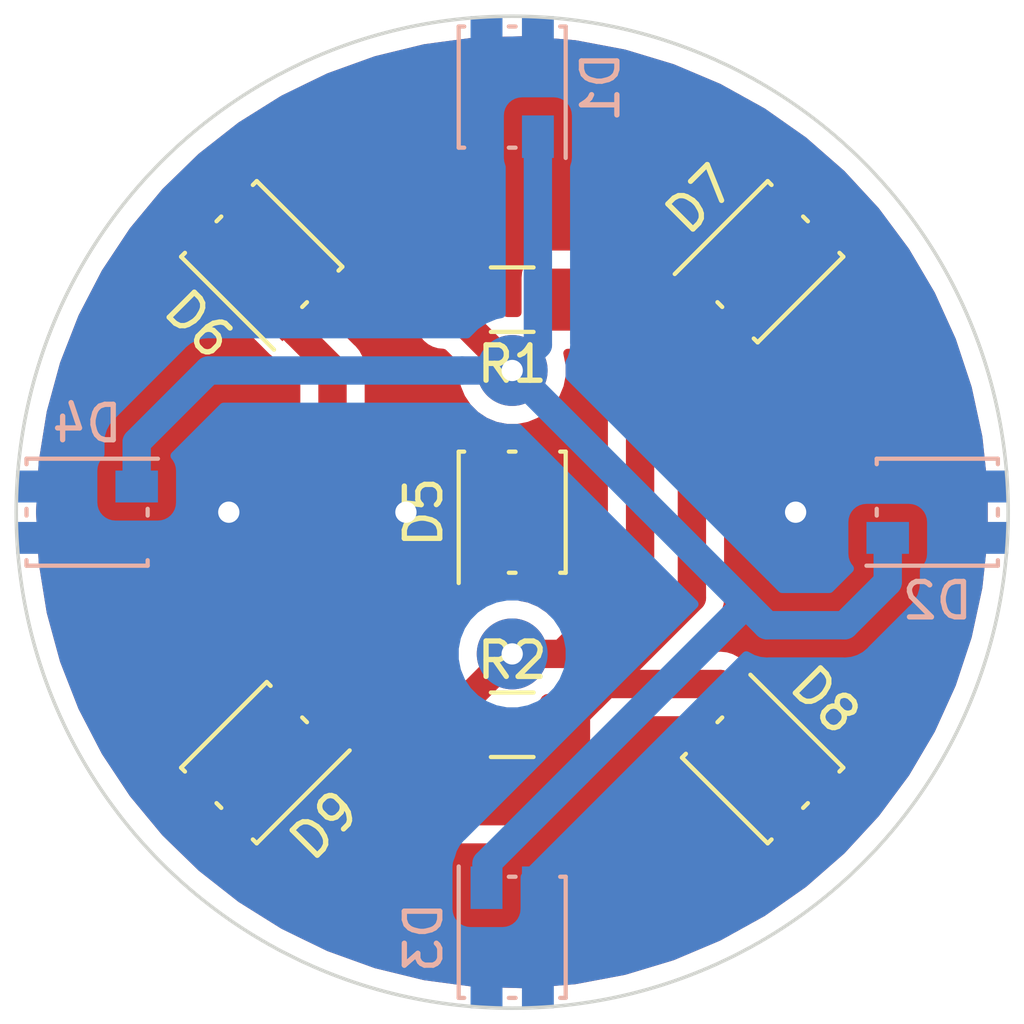
<source format=kicad_pcb>
(kicad_pcb (version 20171130) (host pcbnew "(5.1.4)-1")

  (general
    (thickness 1.6)
    (drawings 2)
    (tracks 49)
    (zones 0)
    (modules 11)
    (nets 5)
  )

  (page A4)
  (title_block
    (title Title)
    (date Date)
    (rev Rev)
    (company "Ondřej Fidra")
    (comment 1 Com1)
    (comment 2 Com2)
    (comment 3 Com3)
    (comment 4 Com4)
  )

  (layers
    (0 F.Cu signal)
    (31 B.Cu signal)
    (32 B.Adhes user)
    (33 F.Adhes user)
    (34 B.Paste user)
    (35 F.Paste user)
    (36 B.SilkS user)
    (37 F.SilkS user)
    (38 B.Mask user)
    (39 F.Mask user)
    (40 Dwgs.User user)
    (41 Cmts.User user)
    (42 Eco1.User user)
    (43 Eco2.User user)
    (44 Edge.Cuts user)
    (45 Margin user)
    (46 B.CrtYd user)
    (47 F.CrtYd user)
    (48 B.Fab user)
    (49 F.Fab user)
  )

  (setup
    (last_trace_width 0.25)
    (user_trace_width 0.8)
    (trace_clearance 0.2)
    (zone_clearance 0.2)
    (zone_45_only no)
    (trace_min 0.2)
    (via_size 0.8)
    (via_drill 0.4)
    (via_min_size 0.4)
    (via_min_drill 0.3)
    (user_via 2 0.6)
    (uvia_size 0.3)
    (uvia_drill 0.1)
    (uvias_allowed no)
    (uvia_min_size 0.2)
    (uvia_min_drill 0.1)
    (edge_width 0.05)
    (segment_width 0.2)
    (pcb_text_width 0.3)
    (pcb_text_size 1.5 1.5)
    (mod_edge_width 0.12)
    (mod_text_size 1 1)
    (mod_text_width 0.15)
    (pad_size 1.524 1.524)
    (pad_drill 0.762)
    (pad_to_mask_clearance 0.051)
    (solder_mask_min_width 0.25)
    (aux_axis_origin 0 0)
    (visible_elements 7FFFFFFF)
    (pcbplotparams
      (layerselection 0x010fc_ffffffff)
      (usegerberextensions false)
      (usegerberattributes false)
      (usegerberadvancedattributes false)
      (creategerberjobfile false)
      (excludeedgelayer true)
      (linewidth 0.100000)
      (plotframeref false)
      (viasonmask false)
      (mode 1)
      (useauxorigin false)
      (hpglpennumber 1)
      (hpglpenspeed 20)
      (hpglpendiameter 15.000000)
      (psnegative false)
      (psa4output false)
      (plotreference true)
      (plotvalue true)
      (plotinvisibletext false)
      (padsonsilk false)
      (subtractmaskfromsilk false)
      (outputformat 1)
      (mirror false)
      (drillshape 1)
      (scaleselection 1)
      (outputdirectory ""))
  )

  (net 0 "")
  (net 1 "Net-(D1-Pad1)")
  (net 2 "Net-(D5-Pad1)")
  (net 3 "Net-(R1-Pad1)")
  (net 4 VCC)

  (net_class Default "This is the default net class."
    (clearance 0.2)
    (trace_width 0.25)
    (via_dia 0.8)
    (via_drill 0.4)
    (uvia_dia 0.3)
    (uvia_drill 0.1)
    (add_net "Net-(D1-Pad1)")
    (add_net "Net-(D5-Pad1)")
    (add_net "Net-(R1-Pad1)")
    (add_net VCC)
  )

  (module LED_SMD:LED_Kingbright_AAA3528ESGCT (layer B.Cu) (tedit 5B43C79E) (tstamp 5F53322D)
    (at 100 88 90)
    (descr "Kingbright, dual LED, 3.5 x 2.8 mm Surface Mount LED Lamp (http://www.kingbrightusa.com/images/catalog/SPEC/AAA3528ESGCT.pdf)")
    (tags "dual led smd")
    (path /5F533C69)
    (attr smd)
    (fp_text reference D1 (at 0 2.5 90) (layer B.SilkS)
      (effects (font (size 1 1) (thickness 0.15)) (justify mirror))
    )
    (fp_text value RED_B (at 0 -2.5 90) (layer B.Fab)
      (effects (font (size 1 1) (thickness 0.15)) (justify mirror))
    )
    (fp_text user %R (at 0 0 90) (layer B.Fab)
      (effects (font (size 0.8 0.8) (thickness 0.13)) (justify mirror))
    )
    (fp_line (start -1.6 -1.4) (end -1.6 0.7) (layer B.Fab) (width 0.1))
    (fp_line (start 1.6 -1.4) (end -1.6 -1.4) (layer B.Fab) (width 0.1))
    (fp_line (start 1.6 1.4) (end 1.6 -1.4) (layer B.Fab) (width 0.1))
    (fp_line (start -0.9 1.4) (end 1.6 1.4) (layer B.Fab) (width 0.1))
    (fp_line (start -2 1.51) (end 1.71 1.51) (layer B.SilkS) (width 0.12))
    (fp_line (start -1.71 -1.51) (end 1.71 -1.51) (layer B.SilkS) (width 0.12))
    (fp_line (start 1.71 -1.355) (end 1.71 -1.51) (layer B.SilkS) (width 0.12))
    (fp_line (start -1.71 0.095) (end -1.71 -0.095) (layer B.SilkS) (width 0.12))
    (fp_line (start -2.25 1.65) (end 2.25 1.65) (layer B.CrtYd) (width 0.05))
    (fp_line (start -2.25 -1.65) (end 2.25 -1.65) (layer B.CrtYd) (width 0.05))
    (fp_line (start -2.25 1.65) (end -2.25 -1.65) (layer B.CrtYd) (width 0.05))
    (fp_line (start 2.25 1.65) (end 2.25 -1.65) (layer B.CrtYd) (width 0.05))
    (fp_line (start -0.9 1.4) (end -1.6 0.7) (layer B.Fab) (width 0.1))
    (fp_line (start -1.71 -1.355) (end -1.71 -1.51) (layer B.SilkS) (width 0.12))
    (fp_line (start 1.71 0.095) (end 1.71 -0.095) (layer B.SilkS) (width 0.12))
    (fp_line (start 1.71 1.355) (end 1.71 1.51) (layer B.SilkS) (width 0.12))
    (pad 2 smd rect (at 1.4 0.725 90) (size 1.2 0.9) (layers B.Cu B.Paste B.Mask)
      (net 4 VCC))
    (pad 4 smd rect (at -1.4 -0.725 90) (size 1.2 0.9) (layers B.Cu B.Paste B.Mask)
      (net 4 VCC))
    (pad 3 smd rect (at 1.4 -0.725 90) (size 1.2 0.9) (layers B.Cu B.Paste B.Mask)
      (net 4 VCC))
    (pad 1 smd rect (at -1.4 0.725 90) (size 1.2 0.9) (layers B.Cu B.Paste B.Mask)
      (net 1 "Net-(D1-Pad1)"))
    (model ${KISYS3DMOD}/LED_SMD.3dshapes/LED_Kingbright_AAA3528ESGCT.wrl
      (at (xyz 0 0 0))
      (scale (xyz 1 1 1))
      (rotate (xyz 0 0 0))
    )
  )

  (module LED_SMD:LED_Kingbright_AAA3528ESGCT (layer B.Cu) (tedit 5B43C79E) (tstamp 5F5336FE)
    (at 112 100)
    (descr "Kingbright, dual LED, 3.5 x 2.8 mm Surface Mount LED Lamp (http://www.kingbrightusa.com/images/catalog/SPEC/AAA3528ESGCT.pdf)")
    (tags "dual led smd")
    (path /5F546B4D)
    (attr smd)
    (fp_text reference D2 (at 0 2.5) (layer B.SilkS)
      (effects (font (size 1 1) (thickness 0.15)) (justify mirror))
    )
    (fp_text value RED_B (at 0 -2.5) (layer B.Fab)
      (effects (font (size 1 1) (thickness 0.15)) (justify mirror))
    )
    (fp_text user %R (at 0 0) (layer B.Fab)
      (effects (font (size 0.8 0.8) (thickness 0.13)) (justify mirror))
    )
    (fp_line (start -1.6 -1.4) (end -1.6 0.7) (layer B.Fab) (width 0.1))
    (fp_line (start 1.6 -1.4) (end -1.6 -1.4) (layer B.Fab) (width 0.1))
    (fp_line (start 1.6 1.4) (end 1.6 -1.4) (layer B.Fab) (width 0.1))
    (fp_line (start -0.9 1.4) (end 1.6 1.4) (layer B.Fab) (width 0.1))
    (fp_line (start -2 1.51) (end 1.71 1.51) (layer B.SilkS) (width 0.12))
    (fp_line (start -1.71 -1.51) (end 1.71 -1.51) (layer B.SilkS) (width 0.12))
    (fp_line (start 1.71 -1.355) (end 1.71 -1.51) (layer B.SilkS) (width 0.12))
    (fp_line (start -1.71 0.095) (end -1.71 -0.095) (layer B.SilkS) (width 0.12))
    (fp_line (start -2.25 1.65) (end 2.25 1.65) (layer B.CrtYd) (width 0.05))
    (fp_line (start -2.25 -1.65) (end 2.25 -1.65) (layer B.CrtYd) (width 0.05))
    (fp_line (start -2.25 1.65) (end -2.25 -1.65) (layer B.CrtYd) (width 0.05))
    (fp_line (start 2.25 1.65) (end 2.25 -1.65) (layer B.CrtYd) (width 0.05))
    (fp_line (start -0.9 1.4) (end -1.6 0.7) (layer B.Fab) (width 0.1))
    (fp_line (start -1.71 -1.355) (end -1.71 -1.51) (layer B.SilkS) (width 0.12))
    (fp_line (start 1.71 0.095) (end 1.71 -0.095) (layer B.SilkS) (width 0.12))
    (fp_line (start 1.71 1.355) (end 1.71 1.51) (layer B.SilkS) (width 0.12))
    (pad 2 smd rect (at 1.4 0.725) (size 1.2 0.9) (layers B.Cu B.Paste B.Mask)
      (net 4 VCC))
    (pad 4 smd rect (at -1.4 -0.725) (size 1.2 0.9) (layers B.Cu B.Paste B.Mask)
      (net 4 VCC))
    (pad 3 smd rect (at 1.4 -0.725) (size 1.2 0.9) (layers B.Cu B.Paste B.Mask)
      (net 4 VCC))
    (pad 1 smd rect (at -1.4 0.725) (size 1.2 0.9) (layers B.Cu B.Paste B.Mask)
      (net 1 "Net-(D1-Pad1)"))
    (model ${KISYS3DMOD}/LED_SMD.3dshapes/LED_Kingbright_AAA3528ESGCT.wrl
      (at (xyz 0 0 0))
      (scale (xyz 1 1 1))
      (rotate (xyz 0 0 0))
    )
  )

  (module LED_SMD:LED_Kingbright_AAA3528ESGCT (layer B.Cu) (tedit 5B43C79E) (tstamp 5F533717)
    (at 100 112 270)
    (descr "Kingbright, dual LED, 3.5 x 2.8 mm Surface Mount LED Lamp (http://www.kingbrightusa.com/images/catalog/SPEC/AAA3528ESGCT.pdf)")
    (tags "dual led smd")
    (path /5F547152)
    (attr smd)
    (fp_text reference D3 (at 0 2.5 90) (layer B.SilkS)
      (effects (font (size 1 1) (thickness 0.15)) (justify mirror))
    )
    (fp_text value RED_B (at 0 -2.5 90) (layer B.Fab)
      (effects (font (size 1 1) (thickness 0.15)) (justify mirror))
    )
    (fp_line (start 1.71 1.355) (end 1.71 1.51) (layer B.SilkS) (width 0.12))
    (fp_line (start 1.71 0.095) (end 1.71 -0.095) (layer B.SilkS) (width 0.12))
    (fp_line (start -1.71 -1.355) (end -1.71 -1.51) (layer B.SilkS) (width 0.12))
    (fp_line (start -0.9 1.4) (end -1.6 0.7) (layer B.Fab) (width 0.1))
    (fp_line (start 2.25 1.65) (end 2.25 -1.65) (layer B.CrtYd) (width 0.05))
    (fp_line (start -2.25 1.65) (end -2.25 -1.65) (layer B.CrtYd) (width 0.05))
    (fp_line (start -2.25 -1.65) (end 2.25 -1.65) (layer B.CrtYd) (width 0.05))
    (fp_line (start -2.25 1.65) (end 2.25 1.65) (layer B.CrtYd) (width 0.05))
    (fp_line (start -1.71 0.095) (end -1.71 -0.095) (layer B.SilkS) (width 0.12))
    (fp_line (start 1.71 -1.355) (end 1.71 -1.51) (layer B.SilkS) (width 0.12))
    (fp_line (start -1.71 -1.51) (end 1.71 -1.51) (layer B.SilkS) (width 0.12))
    (fp_line (start -2 1.51) (end 1.71 1.51) (layer B.SilkS) (width 0.12))
    (fp_line (start -0.9 1.4) (end 1.6 1.4) (layer B.Fab) (width 0.1))
    (fp_line (start 1.6 1.4) (end 1.6 -1.4) (layer B.Fab) (width 0.1))
    (fp_line (start 1.6 -1.4) (end -1.6 -1.4) (layer B.Fab) (width 0.1))
    (fp_line (start -1.6 -1.4) (end -1.6 0.7) (layer B.Fab) (width 0.1))
    (fp_text user %R (at 0 0 90) (layer B.Fab)
      (effects (font (size 0.8 0.8) (thickness 0.13)) (justify mirror))
    )
    (pad 1 smd rect (at -1.4 0.725 270) (size 1.2 0.9) (layers B.Cu B.Paste B.Mask)
      (net 1 "Net-(D1-Pad1)"))
    (pad 3 smd rect (at 1.4 -0.725 270) (size 1.2 0.9) (layers B.Cu B.Paste B.Mask)
      (net 4 VCC))
    (pad 4 smd rect (at -1.4 -0.725 270) (size 1.2 0.9) (layers B.Cu B.Paste B.Mask)
      (net 4 VCC))
    (pad 2 smd rect (at 1.4 0.725 270) (size 1.2 0.9) (layers B.Cu B.Paste B.Mask)
      (net 4 VCC))
    (model ${KISYS3DMOD}/LED_SMD.3dshapes/LED_Kingbright_AAA3528ESGCT.wrl
      (at (xyz 0 0 0))
      (scale (xyz 1 1 1))
      (rotate (xyz 0 0 0))
    )
  )

  (module LED_SMD:LED_Kingbright_AAA3528ESGCT (layer B.Cu) (tedit 5B43C79E) (tstamp 5F533730)
    (at 88 100 180)
    (descr "Kingbright, dual LED, 3.5 x 2.8 mm Surface Mount LED Lamp (http://www.kingbrightusa.com/images/catalog/SPEC/AAA3528ESGCT.pdf)")
    (tags "dual led smd")
    (path /5F5473DD)
    (attr smd)
    (fp_text reference D4 (at 0 2.5) (layer B.SilkS)
      (effects (font (size 1 1) (thickness 0.15)) (justify mirror))
    )
    (fp_text value RED_B (at 0 -2.5) (layer B.Fab)
      (effects (font (size 1 1) (thickness 0.15)) (justify mirror))
    )
    (fp_text user %R (at 0 0) (layer B.Fab)
      (effects (font (size 0.8 0.8) (thickness 0.13)) (justify mirror))
    )
    (fp_line (start -1.6 -1.4) (end -1.6 0.7) (layer B.Fab) (width 0.1))
    (fp_line (start 1.6 -1.4) (end -1.6 -1.4) (layer B.Fab) (width 0.1))
    (fp_line (start 1.6 1.4) (end 1.6 -1.4) (layer B.Fab) (width 0.1))
    (fp_line (start -0.9 1.4) (end 1.6 1.4) (layer B.Fab) (width 0.1))
    (fp_line (start -2 1.51) (end 1.71 1.51) (layer B.SilkS) (width 0.12))
    (fp_line (start -1.71 -1.51) (end 1.71 -1.51) (layer B.SilkS) (width 0.12))
    (fp_line (start 1.71 -1.355) (end 1.71 -1.51) (layer B.SilkS) (width 0.12))
    (fp_line (start -1.71 0.095) (end -1.71 -0.095) (layer B.SilkS) (width 0.12))
    (fp_line (start -2.25 1.65) (end 2.25 1.65) (layer B.CrtYd) (width 0.05))
    (fp_line (start -2.25 -1.65) (end 2.25 -1.65) (layer B.CrtYd) (width 0.05))
    (fp_line (start -2.25 1.65) (end -2.25 -1.65) (layer B.CrtYd) (width 0.05))
    (fp_line (start 2.25 1.65) (end 2.25 -1.65) (layer B.CrtYd) (width 0.05))
    (fp_line (start -0.9 1.4) (end -1.6 0.7) (layer B.Fab) (width 0.1))
    (fp_line (start -1.71 -1.355) (end -1.71 -1.51) (layer B.SilkS) (width 0.12))
    (fp_line (start 1.71 0.095) (end 1.71 -0.095) (layer B.SilkS) (width 0.12))
    (fp_line (start 1.71 1.355) (end 1.71 1.51) (layer B.SilkS) (width 0.12))
    (pad 2 smd rect (at 1.4 0.725 180) (size 1.2 0.9) (layers B.Cu B.Paste B.Mask)
      (net 4 VCC))
    (pad 4 smd rect (at -1.4 -0.725 180) (size 1.2 0.9) (layers B.Cu B.Paste B.Mask)
      (net 4 VCC))
    (pad 3 smd rect (at 1.4 -0.725 180) (size 1.2 0.9) (layers B.Cu B.Paste B.Mask)
      (net 4 VCC))
    (pad 1 smd rect (at -1.4 0.725 180) (size 1.2 0.9) (layers B.Cu B.Paste B.Mask)
      (net 1 "Net-(D1-Pad1)"))
    (model ${KISYS3DMOD}/LED_SMD.3dshapes/LED_Kingbright_AAA3528ESGCT.wrl
      (at (xyz 0 0 0))
      (scale (xyz 1 1 1))
      (rotate (xyz 0 0 0))
    )
  )

  (module LED_SMD:LED_Kingbright_AAA3528ESGCT (layer F.Cu) (tedit 5B43C79E) (tstamp 5F5339CE)
    (at 100 100 90)
    (descr "Kingbright, dual LED, 3.5 x 2.8 mm Surface Mount LED Lamp (http://www.kingbrightusa.com/images/catalog/SPEC/AAA3528ESGCT.pdf)")
    (tags "dual led smd")
    (path /5F5477F3)
    (attr smd)
    (fp_text reference D5 (at 0 -2.5 90) (layer F.SilkS)
      (effects (font (size 1 1) (thickness 0.15)))
    )
    (fp_text value RED_F (at 0 2.5 90) (layer F.Fab)
      (effects (font (size 1 1) (thickness 0.15)))
    )
    (fp_line (start 1.71 -1.355) (end 1.71 -1.51) (layer F.SilkS) (width 0.12))
    (fp_line (start 1.71 -0.095) (end 1.71 0.095) (layer F.SilkS) (width 0.12))
    (fp_line (start -1.71 1.355) (end -1.71 1.51) (layer F.SilkS) (width 0.12))
    (fp_line (start -0.9 -1.4) (end -1.6 -0.7) (layer F.Fab) (width 0.1))
    (fp_line (start 2.25 -1.65) (end 2.25 1.65) (layer F.CrtYd) (width 0.05))
    (fp_line (start -2.25 -1.65) (end -2.25 1.65) (layer F.CrtYd) (width 0.05))
    (fp_line (start -2.25 1.65) (end 2.25 1.65) (layer F.CrtYd) (width 0.05))
    (fp_line (start -2.25 -1.65) (end 2.25 -1.65) (layer F.CrtYd) (width 0.05))
    (fp_line (start -1.71 -0.095) (end -1.71 0.095) (layer F.SilkS) (width 0.12))
    (fp_line (start 1.71 1.355) (end 1.71 1.51) (layer F.SilkS) (width 0.12))
    (fp_line (start -1.71 1.51) (end 1.71 1.51) (layer F.SilkS) (width 0.12))
    (fp_line (start -2 -1.51) (end 1.71 -1.51) (layer F.SilkS) (width 0.12))
    (fp_line (start -0.9 -1.4) (end 1.6 -1.4) (layer F.Fab) (width 0.1))
    (fp_line (start 1.6 -1.4) (end 1.6 1.4) (layer F.Fab) (width 0.1))
    (fp_line (start 1.6 1.4) (end -1.6 1.4) (layer F.Fab) (width 0.1))
    (fp_line (start -1.6 1.4) (end -1.6 -0.7) (layer F.Fab) (width 0.1))
    (fp_text user %R (at 0 0 90) (layer F.Fab)
      (effects (font (size 0.8 0.8) (thickness 0.13)))
    )
    (pad 1 smd rect (at -1.4 -0.725 90) (size 1.2 0.9) (layers F.Cu F.Paste F.Mask)
      (net 2 "Net-(D5-Pad1)"))
    (pad 3 smd rect (at 1.4 0.725 90) (size 1.2 0.9) (layers F.Cu F.Paste F.Mask)
      (net 4 VCC))
    (pad 4 smd rect (at -1.4 0.725 90) (size 1.2 0.9) (layers F.Cu F.Paste F.Mask)
      (net 4 VCC))
    (pad 2 smd rect (at 1.4 -0.725 90) (size 1.2 0.9) (layers F.Cu F.Paste F.Mask)
      (net 4 VCC))
    (model ${KISYS3DMOD}/LED_SMD.3dshapes/LED_Kingbright_AAA3528ESGCT.wrl
      (at (xyz 0 0 0))
      (scale (xyz 1 1 1))
      (rotate (xyz 0 0 0))
    )
  )

  (module LED_SMD:LED_Kingbright_AAA3528ESGCT (layer F.Cu) (tedit 5B43C79E) (tstamp 5F533762)
    (at 92.93 92.93 135)
    (descr "Kingbright, dual LED, 3.5 x 2.8 mm Surface Mount LED Lamp (http://www.kingbrightusa.com/images/catalog/SPEC/AAA3528ESGCT.pdf)")
    (tags "dual led smd")
    (path /5F547C3C)
    (attr smd)
    (fp_text reference D6 (at 0 -2.5 135) (layer F.SilkS)
      (effects (font (size 1 1) (thickness 0.15)))
    )
    (fp_text value RED_F (at 0 2.5 135) (layer F.Fab)
      (effects (font (size 1 1) (thickness 0.15)))
    )
    (fp_text user %R (at 0 0 135) (layer F.Fab)
      (effects (font (size 0.8 0.8) (thickness 0.13)))
    )
    (fp_line (start -1.6 1.4) (end -1.6 -0.7) (layer F.Fab) (width 0.1))
    (fp_line (start 1.6 1.4) (end -1.6 1.4) (layer F.Fab) (width 0.1))
    (fp_line (start 1.6 -1.4) (end 1.6 1.4) (layer F.Fab) (width 0.1))
    (fp_line (start -0.9 -1.4) (end 1.6 -1.4) (layer F.Fab) (width 0.1))
    (fp_line (start -2 -1.51) (end 1.71 -1.51) (layer F.SilkS) (width 0.12))
    (fp_line (start -1.71 1.51) (end 1.71 1.51) (layer F.SilkS) (width 0.12))
    (fp_line (start 1.71 1.355) (end 1.71 1.51) (layer F.SilkS) (width 0.12))
    (fp_line (start -1.71 -0.095) (end -1.71 0.095) (layer F.SilkS) (width 0.12))
    (fp_line (start -2.25 -1.65) (end 2.25 -1.65) (layer F.CrtYd) (width 0.05))
    (fp_line (start -2.25 1.65) (end 2.25 1.65) (layer F.CrtYd) (width 0.05))
    (fp_line (start -2.25 -1.65) (end -2.25 1.65) (layer F.CrtYd) (width 0.05))
    (fp_line (start 2.25 -1.65) (end 2.25 1.65) (layer F.CrtYd) (width 0.05))
    (fp_line (start -0.9 -1.4) (end -1.6 -0.7) (layer F.Fab) (width 0.1))
    (fp_line (start -1.71 1.355) (end -1.71 1.51) (layer F.SilkS) (width 0.12))
    (fp_line (start 1.71 -0.095) (end 1.71 0.095) (layer F.SilkS) (width 0.12))
    (fp_line (start 1.71 -1.355) (end 1.71 -1.51) (layer F.SilkS) (width 0.12))
    (pad 2 smd rect (at 1.4 -0.725 135) (size 1.2 0.9) (layers F.Cu F.Paste F.Mask)
      (net 4 VCC))
    (pad 4 smd rect (at -1.4 0.725 135) (size 1.2 0.9) (layers F.Cu F.Paste F.Mask)
      (net 4 VCC))
    (pad 3 smd rect (at 1.4 0.725 135) (size 1.2 0.9) (layers F.Cu F.Paste F.Mask)
      (net 4 VCC))
    (pad 1 smd rect (at -1.4 -0.725 135) (size 1.2 0.9) (layers F.Cu F.Paste F.Mask)
      (net 2 "Net-(D5-Pad1)"))
    (model ${KISYS3DMOD}/LED_SMD.3dshapes/LED_Kingbright_AAA3528ESGCT.wrl
      (at (xyz 0 0 0))
      (scale (xyz 1 1 1))
      (rotate (xyz 0 0 0))
    )
  )

  (module LED_SMD:LED_Kingbright_AAA3528ESGCT (layer F.Cu) (tedit 5B43C79E) (tstamp 5F53377B)
    (at 107.07 92.93 45)
    (descr "Kingbright, dual LED, 3.5 x 2.8 mm Surface Mount LED Lamp (http://www.kingbrightusa.com/images/catalog/SPEC/AAA3528ESGCT.pdf)")
    (tags "dual led smd")
    (path /5F547EC7)
    (attr smd)
    (fp_text reference D7 (at 0 -2.5 45) (layer F.SilkS)
      (effects (font (size 1 1) (thickness 0.15)))
    )
    (fp_text value RED_F (at 0 2.5 45) (layer F.Fab)
      (effects (font (size 1 1) (thickness 0.15)))
    )
    (fp_line (start 1.71 -1.355) (end 1.71 -1.51) (layer F.SilkS) (width 0.12))
    (fp_line (start 1.71 -0.095) (end 1.71 0.095) (layer F.SilkS) (width 0.12))
    (fp_line (start -1.71 1.355) (end -1.71 1.51) (layer F.SilkS) (width 0.12))
    (fp_line (start -0.9 -1.4) (end -1.6 -0.7) (layer F.Fab) (width 0.1))
    (fp_line (start 2.25 -1.65) (end 2.25 1.65) (layer F.CrtYd) (width 0.05))
    (fp_line (start -2.25 -1.65) (end -2.25 1.65) (layer F.CrtYd) (width 0.05))
    (fp_line (start -2.25 1.65) (end 2.25 1.65) (layer F.CrtYd) (width 0.05))
    (fp_line (start -2.25 -1.65) (end 2.25 -1.65) (layer F.CrtYd) (width 0.05))
    (fp_line (start -1.71 -0.095) (end -1.71 0.095) (layer F.SilkS) (width 0.12))
    (fp_line (start 1.71 1.355) (end 1.71 1.51) (layer F.SilkS) (width 0.12))
    (fp_line (start -1.71 1.51) (end 1.71 1.51) (layer F.SilkS) (width 0.12))
    (fp_line (start -2 -1.51) (end 1.71 -1.51) (layer F.SilkS) (width 0.12))
    (fp_line (start -0.9 -1.4) (end 1.6 -1.4) (layer F.Fab) (width 0.1))
    (fp_line (start 1.6 -1.4) (end 1.6 1.4) (layer F.Fab) (width 0.1))
    (fp_line (start 1.6 1.4) (end -1.6 1.4) (layer F.Fab) (width 0.1))
    (fp_line (start -1.6 1.4) (end -1.6 -0.7) (layer F.Fab) (width 0.1))
    (fp_text user %R (at 0 0 45) (layer F.Fab)
      (effects (font (size 0.8 0.8) (thickness 0.13)))
    )
    (pad 1 smd rect (at -1.4 -0.725 45) (size 1.2 0.9) (layers F.Cu F.Paste F.Mask)
      (net 2 "Net-(D5-Pad1)"))
    (pad 3 smd rect (at 1.4 0.725 45) (size 1.2 0.9) (layers F.Cu F.Paste F.Mask)
      (net 4 VCC))
    (pad 4 smd rect (at -1.4 0.725 45) (size 1.2 0.9) (layers F.Cu F.Paste F.Mask)
      (net 4 VCC))
    (pad 2 smd rect (at 1.4 -0.725 45) (size 1.2 0.9) (layers F.Cu F.Paste F.Mask)
      (net 4 VCC))
    (model ${KISYS3DMOD}/LED_SMD.3dshapes/LED_Kingbright_AAA3528ESGCT.wrl
      (at (xyz 0 0 0))
      (scale (xyz 1 1 1))
      (rotate (xyz 0 0 0))
    )
  )

  (module LED_SMD:LED_Kingbright_AAA3528ESGCT (layer F.Cu) (tedit 5B43C79E) (tstamp 5F533794)
    (at 107.07 107.07 315)
    (descr "Kingbright, dual LED, 3.5 x 2.8 mm Surface Mount LED Lamp (http://www.kingbrightusa.com/images/catalog/SPEC/AAA3528ESGCT.pdf)")
    (tags "dual led smd")
    (path /5F548337)
    (attr smd)
    (fp_text reference D8 (at 0 -2.5 135) (layer F.SilkS)
      (effects (font (size 1 1) (thickness 0.15)))
    )
    (fp_text value RED_F (at 0 2.5 135) (layer F.Fab)
      (effects (font (size 1 1) (thickness 0.15)))
    )
    (fp_text user %R (at 0 0 135) (layer F.Fab)
      (effects (font (size 0.8 0.8) (thickness 0.13)))
    )
    (fp_line (start -1.6 1.4) (end -1.6 -0.7) (layer F.Fab) (width 0.1))
    (fp_line (start 1.6 1.4) (end -1.6 1.4) (layer F.Fab) (width 0.1))
    (fp_line (start 1.6 -1.4) (end 1.6 1.4) (layer F.Fab) (width 0.1))
    (fp_line (start -0.9 -1.4) (end 1.6 -1.4) (layer F.Fab) (width 0.1))
    (fp_line (start -2 -1.51) (end 1.71 -1.51) (layer F.SilkS) (width 0.12))
    (fp_line (start -1.71 1.51) (end 1.71 1.51) (layer F.SilkS) (width 0.12))
    (fp_line (start 1.71 1.355) (end 1.71 1.51) (layer F.SilkS) (width 0.12))
    (fp_line (start -1.71 -0.095) (end -1.71 0.095) (layer F.SilkS) (width 0.12))
    (fp_line (start -2.25 -1.65) (end 2.25 -1.65) (layer F.CrtYd) (width 0.05))
    (fp_line (start -2.25 1.65) (end 2.25 1.65) (layer F.CrtYd) (width 0.05))
    (fp_line (start -2.25 -1.65) (end -2.25 1.65) (layer F.CrtYd) (width 0.05))
    (fp_line (start 2.25 -1.65) (end 2.25 1.65) (layer F.CrtYd) (width 0.05))
    (fp_line (start -0.9 -1.4) (end -1.6 -0.7) (layer F.Fab) (width 0.1))
    (fp_line (start -1.71 1.355) (end -1.71 1.51) (layer F.SilkS) (width 0.12))
    (fp_line (start 1.71 -0.095) (end 1.71 0.095) (layer F.SilkS) (width 0.12))
    (fp_line (start 1.71 -1.355) (end 1.71 -1.51) (layer F.SilkS) (width 0.12))
    (pad 2 smd rect (at 1.4 -0.725 315) (size 1.2 0.9) (layers F.Cu F.Paste F.Mask)
      (net 4 VCC))
    (pad 4 smd rect (at -1.4 0.725 315) (size 1.2 0.9) (layers F.Cu F.Paste F.Mask)
      (net 4 VCC))
    (pad 3 smd rect (at 1.4 0.725 315) (size 1.2 0.9) (layers F.Cu F.Paste F.Mask)
      (net 4 VCC))
    (pad 1 smd rect (at -1.4 -0.725 315) (size 1.2 0.9) (layers F.Cu F.Paste F.Mask)
      (net 2 "Net-(D5-Pad1)"))
    (model ${KISYS3DMOD}/LED_SMD.3dshapes/LED_Kingbright_AAA3528ESGCT.wrl
      (at (xyz 0 0 0))
      (scale (xyz 1 1 1))
      (rotate (xyz 0 0 0))
    )
  )

  (module LED_SMD:LED_Kingbright_AAA3528ESGCT (layer F.Cu) (tedit 5B43C79E) (tstamp 5F5337AD)
    (at 92.93 107.07 225)
    (descr "Kingbright, dual LED, 3.5 x 2.8 mm Surface Mount LED Lamp (http://www.kingbrightusa.com/images/catalog/SPEC/AAA3528ESGCT.pdf)")
    (tags "dual led smd")
    (path /5F548739)
    (attr smd)
    (fp_text reference D9 (at 0 -2.5 45) (layer F.SilkS)
      (effects (font (size 1 1) (thickness 0.15)))
    )
    (fp_text value RED_F (at 0 2.5 45) (layer F.Fab)
      (effects (font (size 1 1) (thickness 0.15)))
    )
    (fp_line (start 1.71 -1.355) (end 1.71 -1.51) (layer F.SilkS) (width 0.12))
    (fp_line (start 1.71 -0.095) (end 1.71 0.095) (layer F.SilkS) (width 0.12))
    (fp_line (start -1.71 1.355) (end -1.71 1.51) (layer F.SilkS) (width 0.12))
    (fp_line (start -0.9 -1.4) (end -1.6 -0.7) (layer F.Fab) (width 0.1))
    (fp_line (start 2.25 -1.65) (end 2.25 1.65) (layer F.CrtYd) (width 0.05))
    (fp_line (start -2.25 -1.65) (end -2.25 1.65) (layer F.CrtYd) (width 0.05))
    (fp_line (start -2.25 1.65) (end 2.25 1.65) (layer F.CrtYd) (width 0.05))
    (fp_line (start -2.25 -1.65) (end 2.25 -1.65) (layer F.CrtYd) (width 0.05))
    (fp_line (start -1.71 -0.095) (end -1.71 0.095) (layer F.SilkS) (width 0.12))
    (fp_line (start 1.71 1.355) (end 1.71 1.51) (layer F.SilkS) (width 0.12))
    (fp_line (start -1.71 1.51) (end 1.71 1.51) (layer F.SilkS) (width 0.12))
    (fp_line (start -2 -1.51) (end 1.71 -1.51) (layer F.SilkS) (width 0.12))
    (fp_line (start -0.9 -1.4) (end 1.6 -1.4) (layer F.Fab) (width 0.1))
    (fp_line (start 1.6 -1.4) (end 1.6 1.4) (layer F.Fab) (width 0.1))
    (fp_line (start 1.6 1.4) (end -1.6 1.4) (layer F.Fab) (width 0.1))
    (fp_line (start -1.6 1.4) (end -1.6 -0.7) (layer F.Fab) (width 0.1))
    (fp_text user %R (at 0 0 45) (layer F.Fab)
      (effects (font (size 0.8 0.8) (thickness 0.13)))
    )
    (pad 1 smd rect (at -1.4 -0.725 225) (size 1.2 0.9) (layers F.Cu F.Paste F.Mask)
      (net 2 "Net-(D5-Pad1)"))
    (pad 3 smd rect (at 1.4 0.725 225) (size 1.2 0.9) (layers F.Cu F.Paste F.Mask)
      (net 4 VCC))
    (pad 4 smd rect (at -1.4 0.725 225) (size 1.2 0.9) (layers F.Cu F.Paste F.Mask)
      (net 4 VCC))
    (pad 2 smd rect (at 1.4 -0.725 225) (size 1.2 0.9) (layers F.Cu F.Paste F.Mask)
      (net 4 VCC))
    (model ${KISYS3DMOD}/LED_SMD.3dshapes/LED_Kingbright_AAA3528ESGCT.wrl
      (at (xyz 0 0 0))
      (scale (xyz 1 1 1))
      (rotate (xyz 0 0 0))
    )
  )

  (module Resistor_SMD:R_1206_3216Metric_Pad1.42x1.75mm_HandSolder (layer F.Cu) (tedit 5B301BBD) (tstamp 5F534B7C)
    (at 100 94 180)
    (descr "Resistor SMD 1206 (3216 Metric), square (rectangular) end terminal, IPC_7351 nominal with elongated pad for handsoldering. (Body size source: http://www.tortai-tech.com/upload/download/2011102023233369053.pdf), generated with kicad-footprint-generator")
    (tags "resistor handsolder")
    (path /5F55EAC8)
    (attr smd)
    (fp_text reference R1 (at 0 -1.82) (layer F.SilkS)
      (effects (font (size 1 1) (thickness 0.15)))
    )
    (fp_text value R (at 0 1.82) (layer F.Fab)
      (effects (font (size 1 1) (thickness 0.15)))
    )
    (fp_line (start -1.6 0.8) (end -1.6 -0.8) (layer F.Fab) (width 0.1))
    (fp_line (start -1.6 -0.8) (end 1.6 -0.8) (layer F.Fab) (width 0.1))
    (fp_line (start 1.6 -0.8) (end 1.6 0.8) (layer F.Fab) (width 0.1))
    (fp_line (start 1.6 0.8) (end -1.6 0.8) (layer F.Fab) (width 0.1))
    (fp_line (start -0.602064 -0.91) (end 0.602064 -0.91) (layer F.SilkS) (width 0.12))
    (fp_line (start -0.602064 0.91) (end 0.602064 0.91) (layer F.SilkS) (width 0.12))
    (fp_line (start -2.45 1.12) (end -2.45 -1.12) (layer F.CrtYd) (width 0.05))
    (fp_line (start -2.45 -1.12) (end 2.45 -1.12) (layer F.CrtYd) (width 0.05))
    (fp_line (start 2.45 -1.12) (end 2.45 1.12) (layer F.CrtYd) (width 0.05))
    (fp_line (start 2.45 1.12) (end -2.45 1.12) (layer F.CrtYd) (width 0.05))
    (fp_text user %R (at 0 0) (layer F.Fab)
      (effects (font (size 0.8 0.8) (thickness 0.12)))
    )
    (pad 1 smd roundrect (at -1.4875 0 180) (size 1.425 1.75) (layers F.Cu F.Paste F.Mask) (roundrect_rratio 0.175439)
      (net 3 "Net-(R1-Pad1)"))
    (pad 2 smd roundrect (at 1.4875 0 180) (size 1.425 1.75) (layers F.Cu F.Paste F.Mask) (roundrect_rratio 0.175439)
      (net 1 "Net-(D1-Pad1)"))
    (model ${KISYS3DMOD}/Resistor_SMD.3dshapes/R_1206_3216Metric.wrl
      (at (xyz 0 0 0))
      (scale (xyz 1 1 1))
      (rotate (xyz 0 0 0))
    )
  )

  (module Resistor_SMD:R_1206_3216Metric_Pad1.42x1.75mm_HandSolder (layer F.Cu) (tedit 5B301BBD) (tstamp 5F534B19)
    (at 100 106)
    (descr "Resistor SMD 1206 (3216 Metric), square (rectangular) end terminal, IPC_7351 nominal with elongated pad for handsoldering. (Body size source: http://www.tortai-tech.com/upload/download/2011102023233369053.pdf), generated with kicad-footprint-generator")
    (tags "resistor handsolder")
    (path /5F55FF49)
    (attr smd)
    (fp_text reference R2 (at 0 -1.82) (layer F.SilkS)
      (effects (font (size 1 1) (thickness 0.15)))
    )
    (fp_text value R (at 0 1.82) (layer F.Fab)
      (effects (font (size 1 1) (thickness 0.15)))
    )
    (fp_text user %R (at 0 0) (layer F.Fab)
      (effects (font (size 0.8 0.8) (thickness 0.12)))
    )
    (fp_line (start 2.45 1.12) (end -2.45 1.12) (layer F.CrtYd) (width 0.05))
    (fp_line (start 2.45 -1.12) (end 2.45 1.12) (layer F.CrtYd) (width 0.05))
    (fp_line (start -2.45 -1.12) (end 2.45 -1.12) (layer F.CrtYd) (width 0.05))
    (fp_line (start -2.45 1.12) (end -2.45 -1.12) (layer F.CrtYd) (width 0.05))
    (fp_line (start -0.602064 0.91) (end 0.602064 0.91) (layer F.SilkS) (width 0.12))
    (fp_line (start -0.602064 -0.91) (end 0.602064 -0.91) (layer F.SilkS) (width 0.12))
    (fp_line (start 1.6 0.8) (end -1.6 0.8) (layer F.Fab) (width 0.1))
    (fp_line (start 1.6 -0.8) (end 1.6 0.8) (layer F.Fab) (width 0.1))
    (fp_line (start -1.6 -0.8) (end 1.6 -0.8) (layer F.Fab) (width 0.1))
    (fp_line (start -1.6 0.8) (end -1.6 -0.8) (layer F.Fab) (width 0.1))
    (pad 2 smd roundrect (at 1.4875 0) (size 1.425 1.75) (layers F.Cu F.Paste F.Mask) (roundrect_rratio 0.175439)
      (net 2 "Net-(D5-Pad1)"))
    (pad 1 smd roundrect (at -1.4875 0) (size 1.425 1.75) (layers F.Cu F.Paste F.Mask) (roundrect_rratio 0.175439)
      (net 3 "Net-(R1-Pad1)"))
    (model ${KISYS3DMOD}/Resistor_SMD.3dshapes/R_1206_3216Metric.wrl
      (at (xyz 0 0 0))
      (scale (xyz 1 1 1))
      (rotate (xyz 0 0 0))
    )
  )

  (gr_circle (center 100 100) (end 109 100) (layer Dwgs.User) (width 0.15))
  (gr_circle (center 100 100) (end 114 100) (layer Edge.Cuts) (width 0.1))

  (segment (start 100 96) (end 100 96) (width 0.8) (layer B.Cu) (net 1) (tstamp 5F534A1D))
  (via (at 100 96) (size 2) (drill 0.6) (layers F.Cu B.Cu) (net 1))
  (segment (start 100.725 95.275) (end 100 96) (width 0.8) (layer B.Cu) (net 1))
  (segment (start 100.725 89.4) (end 100.725 95.275) (width 0.8) (layer B.Cu) (net 1))
  (segment (start 98.5125 94.5125) (end 100 96) (width 0.8) (layer F.Cu) (net 1))
  (segment (start 98.5125 94) (end 98.5125 94.5125) (width 0.8) (layer F.Cu) (net 1))
  (segment (start 98.585787 96) (end 100 96) (width 0.8) (layer B.Cu) (net 1))
  (segment (start 91.425 96) (end 98.585787 96) (width 0.8) (layer B.Cu) (net 1))
  (segment (start 89.4 98.025) (end 91.425 96) (width 0.8) (layer B.Cu) (net 1))
  (segment (start 89.4 99.275) (end 89.4 98.025) (width 0.8) (layer B.Cu) (net 1))
  (segment (start 110.6 101.975) (end 109.385 103.19) (width 0.8) (layer B.Cu) (net 1))
  (segment (start 110.6 100.725) (end 110.6 101.975) (width 0.8) (layer B.Cu) (net 1))
  (segment (start 109.385 103.19) (end 107.19 103.19) (width 0.8) (layer B.Cu) (net 1))
  (segment (start 103.77 99.77) (end 100 96) (width 0.8) (layer B.Cu) (net 1))
  (segment (start 106.595 102.599998) (end 106.595 102.595) (width 0.8) (layer B.Cu) (net 1))
  (segment (start 99.275 109.919998) (end 106.595 102.599998) (width 0.8) (layer B.Cu) (net 1))
  (segment (start 99.275 110.6) (end 99.275 109.919998) (width 0.8) (layer B.Cu) (net 1))
  (segment (start 107.19 103.19) (end 106.595 102.595) (width 0.8) (layer B.Cu) (net 1))
  (segment (start 106.595 102.595) (end 103.77 99.77) (width 0.8) (layer B.Cu) (net 1))
  (segment (start 102.6375 104.85) (end 102.258847 105.228653) (width 0.8) (layer F.Cu) (net 2))
  (segment (start 105.875305 104.85) (end 102.6375 104.85) (width 0.8) (layer F.Cu) (net 2))
  (segment (start 106.592703 105.567398) (end 105.875305 104.85) (width 0.8) (layer F.Cu) (net 2))
  (segment (start 102.258847 105.228653) (end 101.4875 106) (width 0.8) (layer F.Cu) (net 2))
  (segment (start 105.072424 102.415076) (end 102.258847 105.228653) (width 0.8) (layer F.Cu) (net 2))
  (segment (start 105.072424 93.902271) (end 105.072424 102.415076) (width 0.8) (layer F.Cu) (net 2))
  (segment (start 105.567398 93.407297) (end 105.072424 93.902271) (width 0.8) (layer F.Cu) (net 2))
  (segment (start 101.4875 106.975) (end 100.0225 108.44) (width 0.8) (layer F.Cu) (net 2))
  (segment (start 101.4875 106) (end 101.4875 106.975) (width 0.8) (layer F.Cu) (net 2))
  (segment (start 96.279899 108.44) (end 94.432602 106.592703) (width 0.8) (layer F.Cu) (net 2))
  (segment (start 100.0225 108.44) (end 96.279899 108.44) (width 0.8) (layer F.Cu) (net 2))
  (segment (start 93.902271 94.927576) (end 93.407297 94.432602) (width 0.8) (layer F.Cu) (net 2))
  (segment (start 94.927576 95.952881) (end 93.902271 94.927576) (width 0.8) (layer F.Cu) (net 2))
  (segment (start 94.432602 106.592703) (end 94.927576 106.097729) (width 0.8) (layer F.Cu) (net 2))
  (segment (start 97.992576 102.832424) (end 94.927576 102.832424) (width 0.8) (layer F.Cu) (net 2))
  (segment (start 99.275 101.55) (end 97.992576 102.832424) (width 0.8) (layer F.Cu) (net 2))
  (segment (start 99.275 101.4) (end 99.275 101.55) (width 0.8) (layer F.Cu) (net 2))
  (segment (start 94.927576 106.097729) (end 94.927576 102.832424) (width 0.8) (layer F.Cu) (net 2))
  (segment (start 94.927576 102.832424) (end 94.927576 95.952881) (width 0.8) (layer F.Cu) (net 2))
  (via (at 100 104) (size 2) (drill 0.6) (layers F.Cu B.Cu) (net 3))
  (segment (start 98.5125 105.4875) (end 100 104) (width 0.8) (layer F.Cu) (net 3))
  (segment (start 98.5125 106) (end 98.5125 105.4875) (width 0.8) (layer F.Cu) (net 3))
  (segment (start 101.414213 104) (end 103.61 101.804213) (width 0.8) (layer F.Cu) (net 3))
  (segment (start 100 104) (end 101.414213 104) (width 0.8) (layer F.Cu) (net 3))
  (segment (start 103.61 101.804213) (end 103.61 94.68) (width 0.8) (layer F.Cu) (net 3))
  (segment (start 102.93 94) (end 101.4875 94) (width 0.8) (layer F.Cu) (net 3))
  (segment (start 103.61 94.68) (end 102.93 94) (width 0.8) (layer F.Cu) (net 3))
  (via (at 97 100) (size 2) (drill 0.6) (layers F.Cu B.Cu) (net 4))
  (via (at 108 100) (size 2) (drill 0.6) (layers F.Cu B.Cu) (net 4))
  (via (at 92 100) (size 2) (drill 0.6) (layers F.Cu B.Cu) (net 4))

  (zone (net 4) (net_name VCC) (layer F.Cu) (tstamp 5F534E72) (hatch edge 0.508)
    (connect_pads yes (clearance 0.508))
    (min_thickness 0.254)
    (fill yes (arc_segments 32) (thermal_gap 0.508) (thermal_bridge_width 0.508))
    (polygon
      (pts
        (xy 86 114) (xy 86 86) (xy 114 86) (xy 114 114)
      )
    )
    (filled_polygon
      (pts
        (xy 101.76724 86.8028) (xy 103.160005 87.065411) (xy 104.516966 87.474576) (xy 105.822747 88.025659) (xy 107.062554 88.712416)
        (xy 108.22234 89.527066) (xy 109.288964 90.460379) (xy 110.250339 91.501779) (xy 111.095575 92.639467) (xy 111.815093 93.860553)
        (xy 112.400741 95.151202) (xy 112.845884 96.496789) (xy 113.145478 97.88207) (xy 113.296129 99.291347) (xy 113.296129 100.708653)
        (xy 113.145478 102.11793) (xy 112.845884 103.503211) (xy 112.400741 104.848798) (xy 111.815093 106.139447) (xy 111.095575 107.360533)
        (xy 110.250339 108.498221) (xy 109.288964 109.539621) (xy 108.22234 110.472934) (xy 107.062554 111.287584) (xy 105.822747 111.974341)
        (xy 104.516966 112.525424) (xy 103.160005 112.934589) (xy 101.76724 113.1972) (xy 100.354452 113.310281) (xy 98.937648 113.272552)
        (xy 97.532881 113.084439) (xy 96.156067 112.748074) (xy 94.822806 112.267269) (xy 93.548205 111.64747) (xy 92.346706 110.895701)
        (xy 91.231921 110.02048) (xy 90.216482 109.031722) (xy 89.311895 107.940631) (xy 88.528407 106.75957) (xy 87.874898 105.50192)
        (xy 87.358771 104.181931) (xy 86.985874 102.81456) (xy 86.760432 101.415298) (xy 86.685 100) (xy 86.760432 98.584702)
        (xy 86.985874 97.18544) (xy 87.358771 95.818069) (xy 87.874898 94.49808) (xy 87.964036 94.326536) (xy 92.026763 94.326536)
        (xy 92.039023 94.451018) (xy 92.075333 94.570716) (xy 92.134298 94.68103) (xy 92.21365 94.777721) (xy 93.062178 95.626249)
        (xy 93.158869 95.705601) (xy 93.269183 95.764566) (xy 93.278324 95.767339) (xy 93.892577 96.381593) (xy 93.892576 102.781586)
        (xy 93.887569 102.832424) (xy 93.892577 102.883272) (xy 93.892576 105.593963) (xy 93.238955 106.247584) (xy 93.159603 106.344275)
        (xy 93.100638 106.454589) (xy 93.064328 106.574287) (xy 93.052068 106.698769) (xy 93.064328 106.823251) (xy 93.100638 106.942949)
        (xy 93.159603 107.053263) (xy 93.238955 107.149954) (xy 93.875351 107.78635) (xy 93.972042 107.865702) (xy 94.082356 107.924667)
        (xy 94.202054 107.960977) (xy 94.326536 107.973237) (xy 94.347373 107.971185) (xy 95.512096 109.135908) (xy 95.544503 109.175396)
        (xy 95.702102 109.304734) (xy 95.881906 109.400841) (xy 96.077004 109.460024) (xy 96.229061 109.475) (xy 96.22907 109.475)
        (xy 96.279898 109.480006) (xy 96.330726 109.475) (xy 99.971672 109.475) (xy 100.0225 109.480006) (xy 100.073328 109.475)
        (xy 100.073338 109.475) (xy 100.225395 109.460024) (xy 100.420493 109.400841) (xy 100.600297 109.304734) (xy 100.757896 109.175396)
        (xy 100.790307 109.135903) (xy 102.183408 107.742803) (xy 102.222896 107.710396) (xy 102.303052 107.612726) (xy 102.352234 107.552798)
        (xy 102.44834 107.372994) (xy 102.448341 107.372993) (xy 102.453856 107.354812) (xy 102.577962 107.252962) (xy 102.688405 107.118386)
        (xy 102.770472 106.96485) (xy 102.821008 106.798254) (xy 102.838072 106.625) (xy 102.838072 106.113139) (xy 103.02665 105.924561)
        (xy 103.026654 105.924556) (xy 103.06621 105.885) (xy 105.376473 105.885) (xy 105.399056 105.912517) (xy 106.247584 106.761045)
        (xy 106.344275 106.840397) (xy 106.454589 106.899362) (xy 106.574287 106.935672) (xy 106.698769 106.947932) (xy 106.823251 106.935672)
        (xy 106.942949 106.899362) (xy 107.053263 106.840397) (xy 107.149954 106.761045) (xy 107.78635 106.124649) (xy 107.865702 106.027958)
        (xy 107.924667 105.917644) (xy 107.960977 105.797946) (xy 107.973237 105.673464) (xy 107.960977 105.548982) (xy 107.924667 105.429284)
        (xy 107.865702 105.31897) (xy 107.78635 105.222279) (xy 106.937822 104.373751) (xy 106.841131 104.294399) (xy 106.730817 104.235434)
        (xy 106.721676 104.232661) (xy 106.643112 104.154097) (xy 106.610701 104.114604) (xy 106.453102 103.985266) (xy 106.273298 103.889159)
        (xy 106.0782 103.829976) (xy 105.926143 103.815) (xy 105.926133 103.815) (xy 105.875305 103.809994) (xy 105.824477 103.815)
        (xy 105.136211 103.815) (xy 105.768332 103.182879) (xy 105.80782 103.150472) (xy 105.842363 103.108381) (xy 105.937158 102.992874)
        (xy 106.016614 102.84422) (xy 106.033265 102.813069) (xy 106.092448 102.617971) (xy 106.107424 102.465914) (xy 106.107424 102.465911)
        (xy 106.112431 102.415076) (xy 106.107424 102.364241) (xy 106.107424 94.406037) (xy 106.761045 93.752416) (xy 106.840397 93.655725)
        (xy 106.899362 93.545411) (xy 106.935672 93.425713) (xy 106.947932 93.301231) (xy 106.935672 93.176749) (xy 106.899362 93.057051)
        (xy 106.840397 92.946737) (xy 106.761045 92.850046) (xy 106.124649 92.21365) (xy 106.027958 92.134298) (xy 105.917644 92.075333)
        (xy 105.797946 92.039023) (xy 105.673464 92.026763) (xy 105.548982 92.039023) (xy 105.429284 92.075333) (xy 105.31897 92.134298)
        (xy 105.222279 92.21365) (xy 104.373751 93.062178) (xy 104.294399 93.158869) (xy 104.235434 93.269183) (xy 104.225095 93.303266)
        (xy 104.20769 93.324474) (xy 104.111583 93.504279) (xy 104.06187 93.66816) (xy 103.697807 93.304097) (xy 103.665396 93.264604)
        (xy 103.507797 93.135266) (xy 103.327993 93.039159) (xy 103.132895 92.979976) (xy 102.980838 92.965) (xy 102.980828 92.965)
        (xy 102.93 92.959994) (xy 102.879172 92.965) (xy 102.732976 92.965) (xy 102.688405 92.881614) (xy 102.577962 92.747038)
        (xy 102.443386 92.636595) (xy 102.28985 92.554528) (xy 102.123254 92.503992) (xy 101.95 92.486928) (xy 101.025 92.486928)
        (xy 100.851746 92.503992) (xy 100.68515 92.554528) (xy 100.531614 92.636595) (xy 100.397038 92.747038) (xy 100.286595 92.881614)
        (xy 100.204528 93.03515) (xy 100.153992 93.201746) (xy 100.136928 93.375) (xy 100.136928 94.365) (xy 99.863072 94.365)
        (xy 99.863072 93.375) (xy 99.846008 93.201746) (xy 99.795472 93.03515) (xy 99.713405 92.881614) (xy 99.602962 92.747038)
        (xy 99.468386 92.636595) (xy 99.31485 92.554528) (xy 99.148254 92.503992) (xy 98.975 92.486928) (xy 98.05 92.486928)
        (xy 97.876746 92.503992) (xy 97.71015 92.554528) (xy 97.556614 92.636595) (xy 97.422038 92.747038) (xy 97.311595 92.881614)
        (xy 97.229528 93.03515) (xy 97.178992 93.201746) (xy 97.161928 93.375) (xy 97.161928 94.625) (xy 97.178992 94.798254)
        (xy 97.229528 94.96485) (xy 97.311595 95.118386) (xy 97.422038 95.252962) (xy 97.556614 95.363405) (xy 97.71015 95.445472)
        (xy 97.876746 95.496008) (xy 98.049292 95.513002) (xy 98.366702 95.830412) (xy 98.365 95.838967) (xy 98.365 96.161033)
        (xy 98.427832 96.476912) (xy 98.551082 96.774463) (xy 98.730013 97.042252) (xy 98.957748 97.269987) (xy 99.225537 97.448918)
        (xy 99.523088 97.572168) (xy 99.838967 97.635) (xy 100.161033 97.635) (xy 100.476912 97.572168) (xy 100.774463 97.448918)
        (xy 101.042252 97.269987) (xy 101.269987 97.042252) (xy 101.448918 96.774463) (xy 101.572168 96.476912) (xy 101.635 96.161033)
        (xy 101.635 95.838967) (xy 101.572168 95.523088) (xy 101.568019 95.513072) (xy 101.95 95.513072) (xy 102.123254 95.496008)
        (xy 102.28985 95.445472) (xy 102.443386 95.363405) (xy 102.575001 95.255392) (xy 102.575 101.375502) (xy 101.131371 102.819132)
        (xy 101.042252 102.730013) (xy 100.774463 102.551082) (xy 100.476912 102.427832) (xy 100.234863 102.379686) (xy 100.255537 102.354494)
        (xy 100.314502 102.24418) (xy 100.350812 102.124482) (xy 100.363072 102) (xy 100.363072 100.8) (xy 100.350812 100.675518)
        (xy 100.314502 100.55582) (xy 100.255537 100.445506) (xy 100.176185 100.348815) (xy 100.079494 100.269463) (xy 99.96918 100.210498)
        (xy 99.849482 100.174188) (xy 99.725 100.161928) (xy 98.825 100.161928) (xy 98.700518 100.174188) (xy 98.58082 100.210498)
        (xy 98.470506 100.269463) (xy 98.373815 100.348815) (xy 98.294463 100.445506) (xy 98.235498 100.55582) (xy 98.199188 100.675518)
        (xy 98.186928 100.8) (xy 98.186928 101.174361) (xy 97.563866 101.797424) (xy 95.962576 101.797424) (xy 95.962576 96.003708)
        (xy 95.967582 95.95288) (xy 95.962576 95.902052) (xy 95.962576 95.902043) (xy 95.9476 95.749986) (xy 95.888417 95.554888)
        (xy 95.813857 95.415395) (xy 95.79231 95.375083) (xy 95.695379 95.256973) (xy 95.662972 95.217485) (xy 95.623484 95.185078)
        (xy 94.742034 94.303629) (xy 94.739261 94.294488) (xy 94.680296 94.184174) (xy 94.600944 94.087483) (xy 93.752416 93.238955)
        (xy 93.655725 93.159603) (xy 93.545411 93.100638) (xy 93.425713 93.064328) (xy 93.301231 93.052068) (xy 93.176749 93.064328)
        (xy 93.057051 93.100638) (xy 92.946737 93.159603) (xy 92.850046 93.238955) (xy 92.21365 93.875351) (xy 92.134298 93.972042)
        (xy 92.075333 94.082356) (xy 92.039023 94.202054) (xy 92.026763 94.326536) (xy 87.964036 94.326536) (xy 88.528407 93.24043)
        (xy 89.311895 92.059369) (xy 90.216482 90.968278) (xy 91.231921 89.97952) (xy 92.346706 89.104299) (xy 93.548205 88.35253)
        (xy 94.822806 87.732731) (xy 96.156067 87.251926) (xy 97.532881 86.915561) (xy 98.937648 86.727448) (xy 100.354452 86.689719)
      )
    )
  )
  (zone (net 4) (net_name VCC) (layer B.Cu) (tstamp 5F534E6F) (hatch edge 0.508)
    (connect_pads yes (clearance 0.508))
    (min_thickness 0.254)
    (fill yes (arc_segments 32) (thermal_gap 0.508) (thermal_bridge_width 0.508))
    (polygon
      (pts
        (xy 86 114) (xy 86 86) (xy 114 86) (xy 114 114)
      )
    )
    (filled_polygon
      (pts
        (xy 101.76724 86.8028) (xy 103.160005 87.065411) (xy 104.516966 87.474576) (xy 105.822747 88.025659) (xy 107.062554 88.712416)
        (xy 108.22234 89.527066) (xy 109.288964 90.460379) (xy 110.250339 91.501779) (xy 111.095575 92.639467) (xy 111.815093 93.860553)
        (xy 112.400741 95.151202) (xy 112.845884 96.496789) (xy 113.145478 97.88207) (xy 113.296129 99.291347) (xy 113.296129 100.708653)
        (xy 113.145478 102.11793) (xy 112.845884 103.503211) (xy 112.400741 104.848798) (xy 111.815093 106.139447) (xy 111.095575 107.360533)
        (xy 110.250339 108.498221) (xy 109.288964 109.539621) (xy 108.22234 110.472934) (xy 107.062554 111.287584) (xy 105.822747 111.974341)
        (xy 104.516966 112.525424) (xy 103.160005 112.934589) (xy 101.76724 113.1972) (xy 100.354452 113.310281) (xy 98.937648 113.272552)
        (xy 97.532881 113.084439) (xy 96.156067 112.748074) (xy 94.822806 112.267269) (xy 93.548205 111.64747) (xy 92.346706 110.895701)
        (xy 91.231921 110.02048) (xy 90.216482 109.031722) (xy 89.311895 107.940631) (xy 88.528407 106.75957) (xy 87.874898 105.50192)
        (xy 87.358771 104.181931) (xy 87.265241 103.838967) (xy 98.365 103.838967) (xy 98.365 104.161033) (xy 98.427832 104.476912)
        (xy 98.551082 104.774463) (xy 98.730013 105.042252) (xy 98.957748 105.269987) (xy 99.225537 105.448918) (xy 99.523088 105.572168)
        (xy 99.838967 105.635) (xy 100.161033 105.635) (xy 100.476912 105.572168) (xy 100.774463 105.448918) (xy 101.042252 105.269987)
        (xy 101.269987 105.042252) (xy 101.448918 104.774463) (xy 101.572168 104.476912) (xy 101.635 104.161033) (xy 101.635 103.838967)
        (xy 101.572168 103.523088) (xy 101.448918 103.225537) (xy 101.269987 102.957748) (xy 101.042252 102.730013) (xy 100.774463 102.551082)
        (xy 100.476912 102.427832) (xy 100.161033 102.365) (xy 99.838967 102.365) (xy 99.523088 102.427832) (xy 99.225537 102.551082)
        (xy 98.957748 102.730013) (xy 98.730013 102.957748) (xy 98.551082 103.225537) (xy 98.427832 103.523088) (xy 98.365 103.838967)
        (xy 87.265241 103.838967) (xy 86.985874 102.81456) (xy 86.760432 101.415298) (xy 86.685 100) (xy 86.747624 98.825)
        (xy 88.161928 98.825) (xy 88.161928 99.725) (xy 88.174188 99.849482) (xy 88.210498 99.96918) (xy 88.269463 100.079494)
        (xy 88.348815 100.176185) (xy 88.445506 100.255537) (xy 88.55582 100.314502) (xy 88.675518 100.350812) (xy 88.8 100.363072)
        (xy 90 100.363072) (xy 90.124482 100.350812) (xy 90.24418 100.314502) (xy 90.354494 100.255537) (xy 90.451185 100.176185)
        (xy 90.530537 100.079494) (xy 90.589502 99.96918) (xy 90.625812 99.849482) (xy 90.638072 99.725) (xy 90.638072 98.825)
        (xy 90.625812 98.700518) (xy 90.589502 98.58082) (xy 90.530537 98.470506) (xy 90.479903 98.408808) (xy 91.853711 97.035)
        (xy 98.725167 97.035) (xy 98.730013 97.042252) (xy 98.957748 97.269987) (xy 99.225537 97.448918) (xy 99.523088 97.572168)
        (xy 99.838967 97.635) (xy 100.161033 97.635) (xy 100.169588 97.633298) (xy 103.074092 100.537803) (xy 103.074097 100.537807)
        (xy 105.133788 102.597499) (xy 98.579093 109.152195) (xy 98.539605 109.184602) (xy 98.507198 109.22409) (xy 98.507197 109.224091)
        (xy 98.410266 109.342201) (xy 98.342244 109.469463) (xy 98.31416 109.522005) (xy 98.254976 109.717103) (xy 98.254701 109.719894)
        (xy 98.235498 109.75582) (xy 98.199188 109.875518) (xy 98.186928 110) (xy 98.186928 111.2) (xy 98.199188 111.324482)
        (xy 98.235498 111.44418) (xy 98.294463 111.554494) (xy 98.373815 111.651185) (xy 98.470506 111.730537) (xy 98.58082 111.789502)
        (xy 98.700518 111.825812) (xy 98.825 111.838072) (xy 99.725 111.838072) (xy 99.849482 111.825812) (xy 99.96918 111.789502)
        (xy 100.079494 111.730537) (xy 100.176185 111.651185) (xy 100.255537 111.554494) (xy 100.314502 111.44418) (xy 100.350812 111.324482)
        (xy 100.363072 111.2) (xy 100.363072 110.295636) (xy 106.607683 104.051026) (xy 106.612202 104.054734) (xy 106.708309 104.106104)
        (xy 106.792007 104.150841) (xy 106.987105 104.210024) (xy 107.139162 104.225) (xy 107.139171 104.225) (xy 107.189999 104.230006)
        (xy 107.240827 104.225) (xy 109.334172 104.225) (xy 109.385 104.230006) (xy 109.435828 104.225) (xy 109.435838 104.225)
        (xy 109.587895 104.210024) (xy 109.782993 104.150841) (xy 109.962797 104.054734) (xy 110.120396 103.925396) (xy 110.152807 103.885903)
        (xy 111.295908 102.742803) (xy 111.335396 102.710396) (xy 111.464734 102.552797) (xy 111.560841 102.372993) (xy 111.620024 102.177895)
        (xy 111.635 102.025838) (xy 111.635 102.025829) (xy 111.640006 101.975001) (xy 111.635 101.924173) (xy 111.635 101.639468)
        (xy 111.651185 101.626185) (xy 111.730537 101.529494) (xy 111.789502 101.41918) (xy 111.825812 101.299482) (xy 111.838072 101.175)
        (xy 111.838072 100.275) (xy 111.825812 100.150518) (xy 111.789502 100.03082) (xy 111.730537 99.920506) (xy 111.651185 99.823815)
        (xy 111.554494 99.744463) (xy 111.44418 99.685498) (xy 111.324482 99.649188) (xy 111.2 99.636928) (xy 110 99.636928)
        (xy 109.875518 99.649188) (xy 109.75582 99.685498) (xy 109.645506 99.744463) (xy 109.548815 99.823815) (xy 109.469463 99.920506)
        (xy 109.410498 100.03082) (xy 109.374188 100.150518) (xy 109.361928 100.275) (xy 109.361928 101.175) (xy 109.374188 101.299482)
        (xy 109.410498 101.41918) (xy 109.469463 101.529494) (xy 109.520097 101.591192) (xy 108.95629 102.155) (xy 107.61871 102.155)
        (xy 107.362808 101.899098) (xy 107.362803 101.899092) (xy 107.330396 101.859604) (xy 107.290908 101.827197) (xy 104.537807 99.074097)
        (xy 104.537803 99.074092) (xy 101.633298 96.169588) (xy 101.635 96.161033) (xy 101.635 95.838967) (xy 101.624728 95.787327)
        (xy 101.68584 95.672994) (xy 101.685841 95.672993) (xy 101.745024 95.477895) (xy 101.76 95.325838) (xy 101.76 95.325835)
        (xy 101.765007 95.275) (xy 101.76 95.224165) (xy 101.76 90.252603) (xy 101.764502 90.24418) (xy 101.800812 90.124482)
        (xy 101.813072 90) (xy 101.813072 88.8) (xy 101.800812 88.675518) (xy 101.764502 88.55582) (xy 101.705537 88.445506)
        (xy 101.626185 88.348815) (xy 101.529494 88.269463) (xy 101.41918 88.210498) (xy 101.299482 88.174188) (xy 101.175 88.161928)
        (xy 100.275 88.161928) (xy 100.150518 88.174188) (xy 100.03082 88.210498) (xy 99.920506 88.269463) (xy 99.823815 88.348815)
        (xy 99.744463 88.445506) (xy 99.685498 88.55582) (xy 99.649188 88.675518) (xy 99.636928 88.8) (xy 99.636928 90)
        (xy 99.649188 90.124482) (xy 99.685498 90.24418) (xy 99.69 90.252603) (xy 99.690001 94.394631) (xy 99.523088 94.427832)
        (xy 99.225537 94.551082) (xy 98.957748 94.730013) (xy 98.730013 94.957748) (xy 98.725167 94.965) (xy 91.475827 94.965)
        (xy 91.424999 94.959994) (xy 91.374171 94.965) (xy 91.374162 94.965) (xy 91.222105 94.979976) (xy 91.027007 95.039159)
        (xy 90.847203 95.135266) (xy 90.689604 95.264604) (xy 90.657197 95.304092) (xy 88.704092 97.257198) (xy 88.664605 97.289604)
        (xy 88.632198 97.329092) (xy 88.632197 97.329093) (xy 88.535266 97.447203) (xy 88.43916 97.627007) (xy 88.379977 97.822105)
        (xy 88.359994 98.025) (xy 88.365001 98.075837) (xy 88.365001 98.360532) (xy 88.348815 98.373815) (xy 88.269463 98.470506)
        (xy 88.210498 98.58082) (xy 88.174188 98.700518) (xy 88.161928 98.825) (xy 86.747624 98.825) (xy 86.760432 98.584702)
        (xy 86.985874 97.18544) (xy 87.358771 95.818069) (xy 87.874898 94.49808) (xy 88.528407 93.24043) (xy 89.311895 92.059369)
        (xy 90.216482 90.968278) (xy 91.231921 89.97952) (xy 92.346706 89.104299) (xy 93.548205 88.35253) (xy 94.822806 87.732731)
        (xy 96.156067 87.251926) (xy 97.532881 86.915561) (xy 98.937648 86.727448) (xy 100.354452 86.689719)
      )
    )
  )
)

</source>
